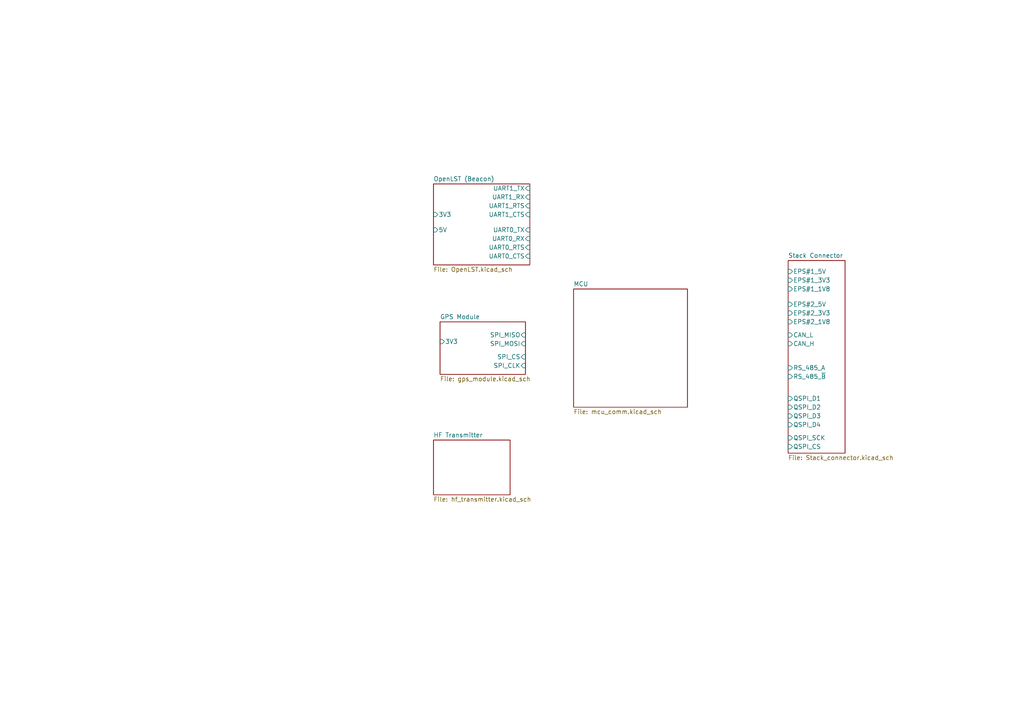
<source format=kicad_sch>
(kicad_sch (version 20210621) (generator eeschema)
  (paper "A4")
  (lib_symbols)
  (sheet (at 127.635 93.345) (size 24.765 15.24) (stroke (width 0.1524))
    (property "Sheet name" "GPS Module" (at 127.635 92.6334 0) (effects (justify left bottom)))
    (property "Sheet file" "gps_module.kicad_sch" (at 127.635 109.1696 0) (effects (justify left top)))
    (pin "3V3" input (at 127.635 99.06 180))
    (pin "SPI_MISO" input (at 152.4 97.155 0))
    (pin "SPI_CLK" input (at 152.4 106.045 0))
    (pin "SPI_MOSI" input (at 152.4 99.695 0))
    (pin "SPI_CS" input (at 152.4 103.505 0))
  )
  (sheet (at 125.73 127.635) (size 22.225 15.875) (stroke (width 0.1524))
    (property "Sheet name" "HF Transmitter" (at 125.73 126.9234 0) (effects (justify left bottom)))
    (property "Sheet file" "hf_transmitter.kicad_sch" (at 125.73 144.0946 0) (effects (justify left top)))
  )
  (sheet (at 166.37 83.82) (size 33.02 34.29) (stroke (width 0.1524))
    (property "Sheet name" "MCU" (at 166.37 83.1084 0) (effects (justify left bottom)))
    (property "Sheet file" "mcu_comm.kicad_sch" (at 166.37 118.6946 0) (effects (justify left top)))
  )
  (sheet (at 125.73 53.34) (size 27.94 23.495) (stroke (width 0.1524))
    (property "Sheet name" "OpenLST (Beacon)" (at 125.73 52.6284 0) (effects (justify left bottom)))
    (property "Sheet file" "OpenLST.kicad_sch" (at 125.73 77.4196 0) (effects (justify left top)))
    (pin "5V" input (at 125.73 66.675 180))
    (pin "3V3" input (at 125.73 62.23 180))
    (pin "UART0_CTS" input (at 153.67 74.295 0))
    (pin "UART0_RTS" input (at 153.67 71.755 0))
    (pin "UART0_RX" input (at 153.67 69.215 0))
    (pin "UART0_TX" input (at 153.67 66.675 0))
    (pin "UART1_TX" input (at 153.67 54.61 0))
    (pin "UART1_CTS" input (at 153.67 62.23 0))
    (pin "UART1_RTS" input (at 153.67 59.69 0))
    (pin "UART1_RX" input (at 153.67 57.15 0))
  )
  (sheet (at 228.6 75.565) (size 16.51 55.88) (stroke (width 0.1524))
    (property "Sheet name" "Stack Connector" (at 228.6 74.8534 0) (effects (justify left bottom)))
    (property "Sheet file" "Stack_connector.kicad_sch" (at 228.6 132.0296 0) (effects (justify left top)))
    (pin "CAN_H" input (at 228.6 99.695 180))
    (pin "RS_485_A" input (at 228.6 106.68 180))
    (pin "EPS#1_5V" input (at 228.6 78.74 180))
    (pin "EPS#1_3V3" input (at 228.6 81.28 180))
    (pin "EPS#1_1V8" input (at 228.6 83.82 180))
    (pin "CAN_L" input (at 228.6 97.155 180))
    (pin "RS_485_~{B}" input (at 228.6 109.22 180))
    (pin "QSPI_D1" input (at 228.6 115.57 180))
    (pin "QSPI_SCK" input (at 228.6 127 180))
    (pin "EPS#2_3V3" input (at 228.6 90.805 180))
    (pin "EPS#2_5V" input (at 228.6 88.265 180))
    (pin "QSPI_CS" input (at 228.6 129.54 180))
    (pin "EPS#2_1V8" input (at 228.6 93.345 180))
    (pin "QSPI_D2" input (at 228.6 118.11 180))
    (pin "QSPI_D3" input (at 228.6 120.65 180))
    (pin "QSPI_D4" input (at 228.6 123.19 180))
  )
)
</source>
